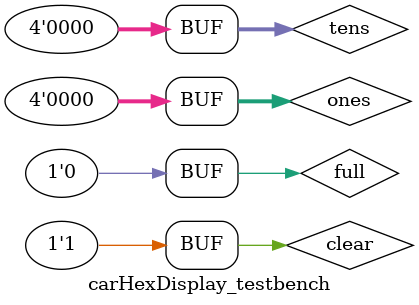
<source format=sv>

module carHexDisplay(clear, full, ones, tens, led0, led1, led2, led3, led4, led5);
		input logic				clear, full;
		input logic [3:0]		ones, tens;
		output logic [6:0]	led0, led1, led2, led3, led4, led5;
		
		//Numbers for HEX displays to count number of cars
		localparam logic [6:0] zero = 7'b1000000;   //0
		localparam logic [6:0] one = 7'b1111001;    //1
		localparam logic [6:0] two = 7'b0100100;    //2
		localparam logic [6:0] three = 7'b0110000;  //3
		localparam logic [6:0] four = 7'b0011001;   //4
		localparam logic [6:0] five = 7'b0010010;   //5
		localparam logic [6:0] six = 7'b0000010;    //6
		localparam logic [6:0] seven = 7'b1111000;  //7
		localparam logic [6:0] eight = 7'b0000000;  //8
		localparam logic [6:0] nine = 7'b0010000;   //9
		
		//Letters for hex displays to write out CLEAr and FULL
		localparam logic [6:0] C = 7'b1000110;  //C
		localparam logic [6:0] L = 7'b1000111;  //L  
		localparam logic [6:0] E = 7'b0000110;  //E
		localparam logic [6:0] A = 7'b0001000;  //A
		localparam logic [6:0] R = 7'b0101111;  //r
		localparam logic [6:0] F = 7'b0001110;  //F
		localparam logic [6:0] U = 7'b1000001;  //U
		
	   localparam logic [6:0] blank = 7'b1111111;
		
		
		//This always_comb block uses the 4-bit inputs ones, and tens in case statements
		//to display the number of cars are in the lot on HEX0 and HEX1. If no cars are in
		//the lot, clear will be 1, HEX1 will be set to 'r' to be at the end of the word  
		//"CLEAr" that is displayed on HEX5-HEX1. 
		always_comb begin
			case(ones)
				
				4'd0: begin
						led0 = zero;
				end
				
				4'd1: begin
						led0 = one;
				end
				
				4'd2: begin
						led0 = two;
				end
				
				4'd3: begin
						led0 = three;
				end
				
				4'd4: begin
						led0 = four;
				end
				
				4'd5: begin
						led0 = five;
				end
				
				4'd6: begin
						led0 = six;
				end
				
				4'd7: begin
						led0 = seven;
				end
				
				4'd8: begin
						led0 = eight;
				end
				
				4'd9: begin
						led0 = nine;
				end
				
				default: begin
						led0 = 7'bx;
				end
			endcase 
			
			case(tens)
				
				4'd0: begin
						if(clear == 1) begin
							led1 = R;
							led0 = zero;
						end
						
						else begin
							led1 = zero;
						end
				end
				
				4'd1: begin
						led1 = one;
				end
				
				4'd2: begin
						led1 = two;
				end
				
				4'd3: begin
						led1 = three;
				end
				
				4'd4: begin
						led1 = four;
				end
				
				4'd5: begin
						led1 = five;
				end
				
				4'd6: begin
						led1 = six;
				end
				
				4'd7: begin
						led1 = seven;
				end
				
				4'd8: begin
						led1 = eight;
				end
				
				4'd9: begin
						led1 = nine;
				end
				
				default: begin
						led1 = 7'bx;
				end
			endcase
		end
		
		//This always_comb is to set HEX displays HEX5-HEX2. When clear is 1
		//HEX5-HEX2 are set to say "CLEA". When full is 1 HEX5-HEX2 are set to
		//say "FULL". If neither full or clear are 1, then HEX5-HEX2 will be 
		//blank and not display anything. 
		always_comb begin
			
			if(clear == 1) begin
				led5 <= C;
				led4 <= L;
				led3 <= E;
				led2 <= A;
			end
			
			else if(full == 1) begin
				led5 <= F;
				led4 <= U;
				led3 <= L;
				led2 <= L;
			end
			
			else begin
				led5 <= blank;
				led4 <= blank;
				led3 <= blank;
				led2 <= blank;
			end
		end
		
		//Causes weird bug. Just stick with always_comb and 
		//get rid of clk and reset up top.
//		always_ff @(posedge clk) begin
//			if(reset || clear == 1) begin
//				led5 <= C;
//				led4 <= L;
//				led3 <= E;
//				led2 <= A;
//			end
//			
//			else if(full == 1) begin
//				led5 <= F;
//				led4 <= U;
//				led3 <= L;
//				led2 <= L;
//			end
//			
//			else begin
//				led5 <= blank;
//				led4 <= blank;
//				led3 <= blank;
//				led2 <= blank;
//			end
//	   end
endmodule 

//carHexDisplay_testbench tests to see what happens to the hex displays when clear
//is 0 and 1. It also tests to see what happens to the hex displays when full is 
//set to 0 and 1. The testbench counts from 0-9 for ones, and counts from 0-1 for
//tens. This test counted from 0 to 15, then back down to 0, with 15 being the max. 
module carHexDisplay_testbench();
		logic				clear, full;
		logic [3:0]		ones, tens;
		logic [6:0]	led0, led1, led2, led3, led4, led5;
		
		carHexDisplay dut(.clear, .full, .ones, .tens, .led0, .led1, .led2, .led3, .led4, .led5);
		
		initial 		begin
			ones <= '0; tens <= '0; clear <= 1; full <= 0;  #10;
															 #10;
			ones <= 4'd1; clear <= 0;			    #10;
			ones <= 4'd2;								 #10;
			ones <= 4'd3;								 #10;
			ones <= 4'd4;								 #10;
			ones <= 4'd5;								 #10;
			ones <= 4'd6;								 #10;
			ones <= 4'd7;								 #10;
			ones <= 4'd8;								 #10;
			ones <= 4'd9;								 #10;
			ones <= '0; tens <= 4'd1;				 #10;
			ones <= 4'd1;								 #10;
			ones <= 4'd2;								 #10;
			ones <= 4'd3;								 #10;
			ones <= 4'd4;								 #10;
			ones <= 4'd5; full <= 1;				 #10;
															 #10;
			ones <= 4'd4; full <= 0;				 #10;
			ones <= 4'd3;								 #10;
			ones <= 4'd2;								 #10;
			ones <= 4'd1;								 #10;
			ones <= 4'd0;								 #10;
			ones <= 4'd0; tens <= 4'd0;			 #10;
			ones <= 4'd9;								 #10;
			ones <= 4'd8;								 #10;
			ones <= 4'd7;								 #10;
			ones <= 4'd6;								 #10;
			ones <= 4'd5;								 #10;
			ones <= 4'd4;								 #10;
			ones <= 4'd3;								 #10;
			ones <= 4'd2;								 #10;
			ones <= 4'd1; 							    #10;
			ones <= 4'd0; clear <= 1;			    #10;
		end
endmodule 
</source>
